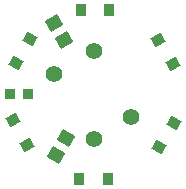
<source format=gbr>
%TF.GenerationSoftware,KiCad,Pcbnew,8.0.1*%
%TF.CreationDate,2024-03-26T23:53:38-06:00*%
%TF.ProjectId,Led_Board,4c65645f-426f-4617-9264-2e6b69636164,rev?*%
%TF.SameCoordinates,Original*%
%TF.FileFunction,Soldermask,Top*%
%TF.FilePolarity,Negative*%
%FSLAX46Y46*%
G04 Gerber Fmt 4.6, Leading zero omitted, Abs format (unit mm)*
G04 Created by KiCad (PCBNEW 8.0.1) date 2024-03-26 23:53:38*
%MOMM*%
%LPD*%
G01*
G04 APERTURE LIST*
G04 Aperture macros list*
%AMRotRect*
0 Rectangle, with rotation*
0 The origin of the aperture is its center*
0 $1 length*
0 $2 width*
0 $3 Rotation angle, in degrees counterclockwise*
0 Add horizontal line*
21,1,$1,$2,0,0,$3*%
G04 Aperture macros list end*
%ADD10R,0.889000X0.990600*%
%ADD11RotRect,0.889000X0.990600X300.000000*%
%ADD12RotRect,0.889000X0.990600X240.000000*%
%ADD13RotRect,0.889000X0.990600X120.000000*%
%ADD14RotRect,0.889000X0.990600X60.000000*%
%ADD15C,1.400000*%
%ADD16R,0.863600X0.889000*%
%ADD17RotRect,1.066800X1.219200X60.000000*%
%ADD18RotRect,1.066800X1.219200X300.000000*%
G04 APERTURE END LIST*
D10*
%TO.C,LED11*%
X146244279Y-74143940D03*
X148644578Y-74143939D03*
%TD*%
D11*
%TO.C,LED10*%
X152794989Y-76638024D03*
X153995138Y-78716745D03*
%TD*%
D12*
%TO.C,LED9*%
X154090988Y-83667601D03*
X152890838Y-85746321D03*
%TD*%
D10*
%TO.C,LED8*%
X148494443Y-88391226D03*
X146094144Y-88391227D03*
%TD*%
D13*
%TO.C,LED7*%
X140464953Y-83435282D03*
X141665102Y-85514003D03*
%TD*%
D14*
%TO.C,LED12*%
X140735405Y-78621022D03*
X141935554Y-76542301D03*
%TD*%
D15*
%TO.C,GND*%
X150495000Y-83185000D03*
%TD*%
%TO.C,ALL*%
X147345850Y-77588287D03*
%TD*%
%TO.C,HALF*%
X147319721Y-85040901D03*
%TD*%
D16*
%TO.C,C1*%
X140195300Y-81234392D03*
X141744700Y-81234392D03*
%TD*%
D17*
%TO.C,C2*%
X144138386Y-86382686D03*
X144963884Y-84952880D03*
%TD*%
D18*
%TO.C,C3*%
X143955887Y-75251536D03*
X144781385Y-76681342D03*
%TD*%
D15*
%TO.C,OVP*%
X143967335Y-79491680D03*
%TD*%
M02*

</source>
